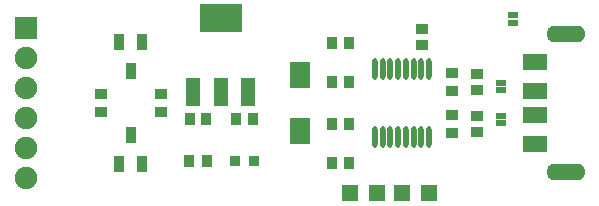
<source format=gts>
G04 Layer: TopSolderMaskLayer*
G04 EasyEDA v6.5.50, 2025-07-01 14:26:41*
G04 10da637b71844612bdca41047c5aba70,f23c0848bd594b818c0f9a27fb038be7,10*
G04 Gerber Generator version 0.2*
G04 Scale: 100 percent, Rotated: No, Reflected: No *
G04 Dimensions in millimeters *
G04 leading zeros omitted , absolute positions ,4 integer and 5 decimal *
%FSLAX45Y45*%
%MOMM*%

%AMMACRO1*4,1,8,-0.6561,-0.6858,-0.6858,-0.656,-0.6858,0.6561,-0.6561,0.6858,0.656,0.6858,0.6858,0.6561,0.6858,-0.656,0.656,-0.6858,-0.6561,-0.6858,0*%
%AMMACRO2*4,1,8,-0.4243,-0.4828,-0.454,-0.453,-0.454,0.4531,-0.4243,0.4828,0.4243,0.4828,0.454,0.4531,0.454,-0.453,0.4243,-0.4828,-0.4243,-0.4828,0*%
%AMMACRO3*4,1,8,-0.4211,-0.4508,-0.4508,-0.421,-0.4508,0.4211,-0.4211,0.4508,0.421,0.4508,0.4508,0.4211,0.4508,-0.421,0.421,-0.4508,-0.4211,-0.4508,0*%
%AMMACRO4*4,1,8,-0.4211,-0.5008,-0.4508,-0.471,-0.4508,0.4711,-0.4211,0.5008,0.421,0.5008,0.4508,0.4711,0.4508,-0.471,0.421,-0.5008,-0.4211,-0.5008,0*%
%AMMACRO5*4,1,8,-0.4711,-0.4508,-0.5008,-0.421,-0.5008,0.4211,-0.4711,0.4508,0.471,0.4508,0.5008,0.4211,0.5008,-0.421,0.471,-0.4508,-0.4711,-0.4508,0*%
%AMMACRO6*4,1,8,-0.3711,-0.2508,-0.4008,-0.221,-0.4008,0.2211,-0.3711,0.2508,0.371,0.2508,0.4008,0.2211,0.4008,-0.221,0.371,-0.2508,-0.3711,-0.2508,0*%
%AMMACRO7*4,1,8,-0.9211,-0.9508,-0.9508,-0.921,-0.9508,0.9211,-0.9211,0.9508,0.921,0.9508,0.9508,0.9211,0.9508,-0.921,0.921,-0.9508,-0.9211,-0.9508,0*%
%AMMACRO8*4,1,8,-0.4211,-0.4828,-0.4508,-0.453,-0.4508,0.4531,-0.4211,0.4828,0.421,0.4828,0.4508,0.4531,0.4508,-0.453,0.421,-0.4828,-0.4211,-0.4828,0*%
%AMMACRO9*4,1,8,-0.3711,-0.6758,-0.4008,-0.646,-0.4008,0.646,-0.3711,0.6758,0.371,0.6758,0.4008,0.646,0.4008,-0.646,0.371,-0.6758,-0.3711,-0.6758,0*%
%AMMACRO10*4,1,8,-0.4531,-0.454,-0.4828,-0.4243,-0.4828,0.4243,-0.4531,0.454,0.453,0.454,0.4828,0.4243,0.4828,-0.4243,0.453,-0.454,-0.4531,-0.454,0*%
%AMMACRO11*4,1,8,-1.0211,-0.6508,-1.0508,-0.621,-1.0508,0.6211,-1.0211,0.6508,1.021,0.6508,1.0508,0.6211,1.0508,-0.621,1.021,-0.6508,-1.0211,-0.6508,0*%
%AMMACRO12*4,1,8,-1.7711,-1.1508,-1.8008,-1.121,-1.8008,1.1211,-1.7711,1.1508,1.771,1.1508,1.8008,1.1211,1.8008,-1.121,1.771,-1.1508,-1.7711,-1.1508,0*%
%AMMACRO13*4,1,8,-0.5711,-1.1508,-0.6008,-1.121,-0.6008,1.1211,-0.5711,1.1508,0.571,1.1508,0.6008,1.1211,0.6008,-1.121,0.571,-1.1508,-0.5711,-1.1508,0*%
%AMMACRO14*4,1,8,-0.8041,-1.1045,-0.8338,-1.0748,-0.8338,1.0748,-0.8041,1.1045,0.804,1.1045,0.8338,1.0748,0.8338,-1.0748,0.804,-1.1045,-0.8041,-1.1045,0*%
%ADD10MACRO1*%
%ADD11MACRO2*%
%ADD12MACRO3*%
%ADD13MACRO4*%
%ADD14MACRO5*%
%ADD15MACRO6*%
%ADD16MACRO7*%
%ADD17C,1.9016*%
%ADD18MACRO8*%
%ADD19MACRO9*%
%ADD20MACRO10*%
%ADD21MACRO11*%
%ADD22O,3.3015936X1.4015974000000002*%
%ADD23O,0.4446016X1.8330926000000003*%
%ADD24MACRO12*%
%ADD25MACRO13*%
%ADD26MACRO14*%
%ADD27C,0.0100*%

%LPD*%
D10*
G01*
X4305300Y8128000D03*
D11*
G01*
X2424824Y8394700D03*
G01*
X2274175Y8394700D03*
D10*
G01*
X3632200Y8128000D03*
G01*
X4076700Y8128000D03*
G01*
X3860800Y8128000D03*
D12*
G01*
X2823143Y8394710D03*
G01*
X2663243Y8394694D03*
D13*
G01*
X3486000Y9398000D03*
G01*
X3625999Y9398000D03*
G01*
X3625999Y8712200D03*
G01*
X3486000Y8712200D03*
D14*
G01*
X4711700Y9137799D03*
G01*
X4711700Y8997800D03*
D15*
G01*
X5016501Y9633689D03*
G01*
X5016501Y9568690D03*
G01*
X4914898Y8717810D03*
G01*
X4914898Y8782809D03*
G01*
X4914901Y9062189D03*
G01*
X4914901Y8997190D03*
D16*
G01*
X889000Y9525000D03*
D17*
G01*
X889000Y9271000D03*
G01*
X889000Y9017000D03*
G01*
X889000Y8763000D03*
G01*
X889000Y8509000D03*
G01*
X889000Y8255000D03*
D18*
G01*
X3625999Y9067787D03*
G01*
X3486000Y9067787D03*
D19*
G01*
X1778000Y8621267D03*
G01*
X1872996Y8371332D03*
G01*
X1683003Y8371332D03*
G01*
X1778000Y9158732D03*
G01*
X1683003Y9408667D03*
G01*
X1872996Y9408667D03*
D20*
G01*
X1524000Y8814675D03*
G01*
X1524000Y8965324D03*
D21*
G01*
X5204000Y8539975D03*
G01*
X5204000Y8789987D03*
G01*
X5204000Y8989987D03*
G01*
X5204000Y9239999D03*
D22*
G01*
X5463997Y9474987D03*
G01*
X5463997Y8304987D03*
D23*
G01*
X4304207Y9176562D03*
G01*
X4239209Y9176562D03*
G01*
X4174210Y9176562D03*
G01*
X4109211Y9176562D03*
G01*
X4044213Y9176562D03*
G01*
X3979189Y9176562D03*
G01*
X3914190Y9176562D03*
G01*
X3849192Y9176562D03*
G01*
X4304207Y8603411D03*
G01*
X4239209Y8603411D03*
G01*
X4174210Y8603411D03*
G01*
X4109211Y8603411D03*
G01*
X4044213Y8603411D03*
G01*
X3979189Y8603411D03*
G01*
X3914190Y8603411D03*
G01*
X3849192Y8603411D03*
D24*
G01*
X2540000Y9606280D03*
D25*
G01*
X2770000Y8986519D03*
G01*
X2540000Y8986519D03*
G01*
X2309999Y8986519D03*
D13*
G01*
X3625999Y8382000D03*
G01*
X3486000Y8382000D03*
G01*
X2673200Y8750300D03*
G01*
X2813199Y8750300D03*
G01*
X2279500Y8750300D03*
G01*
X2419499Y8750300D03*
D14*
G01*
X4711700Y8642200D03*
G01*
X4711700Y8782199D03*
D26*
G01*
X3213100Y8651374D03*
G01*
X3213100Y9128625D03*
D20*
G01*
X4495800Y9143124D03*
G01*
X4495800Y8992475D03*
G01*
X4495800Y8636875D03*
G01*
X4495800Y8787524D03*
G01*
X2032000Y8965324D03*
G01*
X2032000Y8814675D03*
D14*
G01*
X4241800Y9378800D03*
G01*
X4241800Y9518799D03*
M02*

</source>
